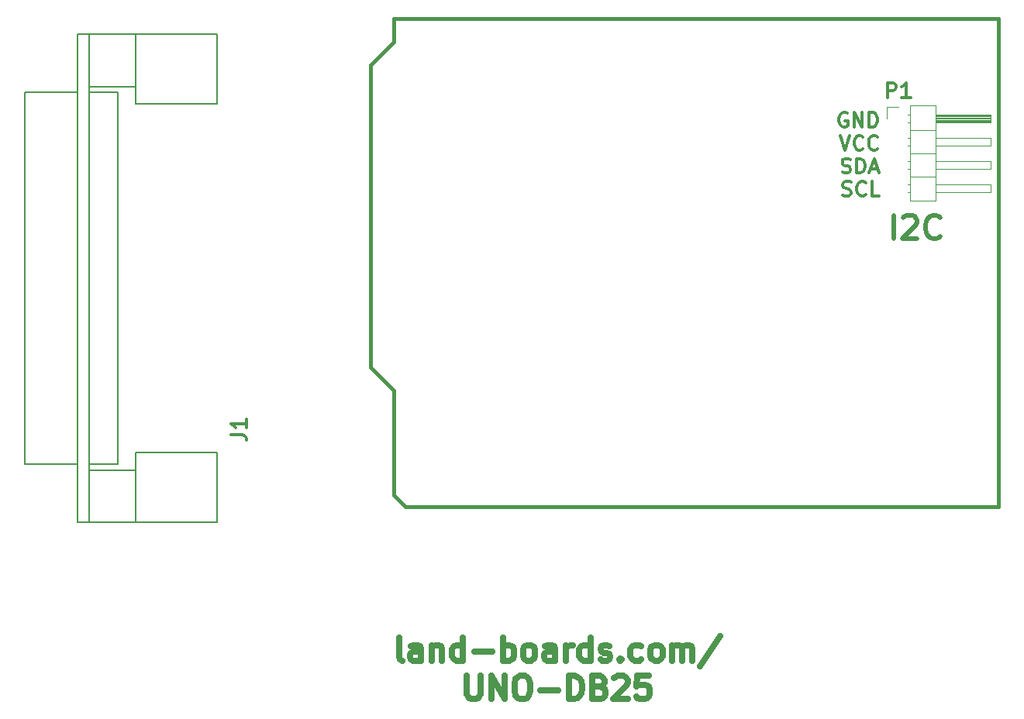
<source format=gbr>
G04 #@! TF.FileFunction,Legend,Top*
%FSLAX46Y46*%
G04 Gerber Fmt 4.6, Leading zero omitted, Abs format (unit mm)*
G04 Created by KiCad (PCBNEW (after 2015-mar-04 BZR unknown)-product) date 1/31/2017 4:25:08 PM*
%MOMM*%
G01*
G04 APERTURE LIST*
%ADD10C,0.150000*%
%ADD11C,0.508000*%
%ADD12C,0.300000*%
%ADD13C,0.635000*%
%ADD14C,0.381000*%
%ADD15C,0.120000*%
%ADD16C,0.317500*%
G04 APERTURE END LIST*
D10*
D11*
X93436190Y-53149048D02*
X93436190Y-50609048D01*
X94524762Y-50850952D02*
X94645714Y-50730000D01*
X94887619Y-50609048D01*
X95492381Y-50609048D01*
X95734285Y-50730000D01*
X95855238Y-50850952D01*
X95976190Y-51092857D01*
X95976190Y-51334762D01*
X95855238Y-51697619D01*
X94403809Y-53149048D01*
X95976190Y-53149048D01*
X98516190Y-52907143D02*
X98395238Y-53028095D01*
X98032381Y-53149048D01*
X97790476Y-53149048D01*
X97427619Y-53028095D01*
X97185714Y-52786190D01*
X97064762Y-52544286D01*
X96943810Y-52060476D01*
X96943810Y-51697619D01*
X97064762Y-51213810D01*
X97185714Y-50971905D01*
X97427619Y-50730000D01*
X97790476Y-50609048D01*
X98032381Y-50609048D01*
X98395238Y-50730000D01*
X98516190Y-50850952D01*
D12*
X88371429Y-39422500D02*
X88220238Y-39346905D01*
X87993453Y-39346905D01*
X87766667Y-39422500D01*
X87615476Y-39573690D01*
X87539881Y-39724881D01*
X87464286Y-40027262D01*
X87464286Y-40254048D01*
X87539881Y-40556429D01*
X87615476Y-40707619D01*
X87766667Y-40858810D01*
X87993453Y-40934405D01*
X88144643Y-40934405D01*
X88371429Y-40858810D01*
X88447024Y-40783214D01*
X88447024Y-40254048D01*
X88144643Y-40254048D01*
X89127381Y-40934405D02*
X89127381Y-39346905D01*
X90034524Y-40934405D01*
X90034524Y-39346905D01*
X90790476Y-40934405D02*
X90790476Y-39346905D01*
X91168452Y-39346905D01*
X91395238Y-39422500D01*
X91546429Y-39573690D01*
X91622024Y-39724881D01*
X91697619Y-40027262D01*
X91697619Y-40254048D01*
X91622024Y-40556429D01*
X91546429Y-40707619D01*
X91395238Y-40858810D01*
X91168452Y-40934405D01*
X90790476Y-40934405D01*
X87615476Y-41869405D02*
X88144643Y-43456905D01*
X88673810Y-41869405D01*
X90110119Y-43305714D02*
X90034524Y-43381310D01*
X89807738Y-43456905D01*
X89656548Y-43456905D01*
X89429762Y-43381310D01*
X89278571Y-43230119D01*
X89202976Y-43078929D01*
X89127381Y-42776548D01*
X89127381Y-42549762D01*
X89202976Y-42247381D01*
X89278571Y-42096190D01*
X89429762Y-41945000D01*
X89656548Y-41869405D01*
X89807738Y-41869405D01*
X90034524Y-41945000D01*
X90110119Y-42020595D01*
X91697619Y-43305714D02*
X91622024Y-43381310D01*
X91395238Y-43456905D01*
X91244048Y-43456905D01*
X91017262Y-43381310D01*
X90866071Y-43230119D01*
X90790476Y-43078929D01*
X90714881Y-42776548D01*
X90714881Y-42549762D01*
X90790476Y-42247381D01*
X90866071Y-42096190D01*
X91017262Y-41945000D01*
X91244048Y-41869405D01*
X91395238Y-41869405D01*
X91622024Y-41945000D01*
X91697619Y-42020595D01*
X87842262Y-45903810D02*
X88069048Y-45979405D01*
X88447024Y-45979405D01*
X88598214Y-45903810D01*
X88673810Y-45828214D01*
X88749405Y-45677024D01*
X88749405Y-45525833D01*
X88673810Y-45374643D01*
X88598214Y-45299048D01*
X88447024Y-45223452D01*
X88144643Y-45147857D01*
X87993452Y-45072262D01*
X87917857Y-44996667D01*
X87842262Y-44845476D01*
X87842262Y-44694286D01*
X87917857Y-44543095D01*
X87993452Y-44467500D01*
X88144643Y-44391905D01*
X88522619Y-44391905D01*
X88749405Y-44467500D01*
X89429762Y-45979405D02*
X89429762Y-44391905D01*
X89807738Y-44391905D01*
X90034524Y-44467500D01*
X90185715Y-44618690D01*
X90261310Y-44769881D01*
X90336905Y-45072262D01*
X90336905Y-45299048D01*
X90261310Y-45601429D01*
X90185715Y-45752619D01*
X90034524Y-45903810D01*
X89807738Y-45979405D01*
X89429762Y-45979405D01*
X90941667Y-45525833D02*
X91697619Y-45525833D01*
X90790476Y-45979405D02*
X91319643Y-44391905D01*
X91848810Y-45979405D01*
X87917857Y-48426310D02*
X88144643Y-48501905D01*
X88522619Y-48501905D01*
X88673809Y-48426310D01*
X88749405Y-48350714D01*
X88825000Y-48199524D01*
X88825000Y-48048333D01*
X88749405Y-47897143D01*
X88673809Y-47821548D01*
X88522619Y-47745952D01*
X88220238Y-47670357D01*
X88069047Y-47594762D01*
X87993452Y-47519167D01*
X87917857Y-47367976D01*
X87917857Y-47216786D01*
X87993452Y-47065595D01*
X88069047Y-46990000D01*
X88220238Y-46914405D01*
X88598214Y-46914405D01*
X88825000Y-46990000D01*
X90412500Y-48350714D02*
X90336905Y-48426310D01*
X90110119Y-48501905D01*
X89958929Y-48501905D01*
X89732143Y-48426310D01*
X89580952Y-48275119D01*
X89505357Y-48123929D01*
X89429762Y-47821548D01*
X89429762Y-47594762D01*
X89505357Y-47292381D01*
X89580952Y-47141190D01*
X89732143Y-46990000D01*
X89958929Y-46914405D01*
X90110119Y-46914405D01*
X90336905Y-46990000D01*
X90412500Y-47065595D01*
X91848810Y-48501905D02*
X91092857Y-48501905D01*
X91092857Y-46914405D01*
D13*
X39775192Y-99256548D02*
X39533287Y-99135595D01*
X39412335Y-98893690D01*
X39412335Y-96716548D01*
X41831382Y-99256548D02*
X41831382Y-97926071D01*
X41710430Y-97684167D01*
X41468525Y-97563214D01*
X40984716Y-97563214D01*
X40742811Y-97684167D01*
X41831382Y-99135595D02*
X41589478Y-99256548D01*
X40984716Y-99256548D01*
X40742811Y-99135595D01*
X40621859Y-98893690D01*
X40621859Y-98651786D01*
X40742811Y-98409881D01*
X40984716Y-98288929D01*
X41589478Y-98288929D01*
X41831382Y-98167976D01*
X43040906Y-97563214D02*
X43040906Y-99256548D01*
X43040906Y-97805119D02*
X43161858Y-97684167D01*
X43403763Y-97563214D01*
X43766620Y-97563214D01*
X44008525Y-97684167D01*
X44129477Y-97926071D01*
X44129477Y-99256548D01*
X46427572Y-99256548D02*
X46427572Y-96716548D01*
X46427572Y-99135595D02*
X46185668Y-99256548D01*
X45701858Y-99256548D01*
X45459953Y-99135595D01*
X45339001Y-99014643D01*
X45218049Y-98772738D01*
X45218049Y-98047024D01*
X45339001Y-97805119D01*
X45459953Y-97684167D01*
X45701858Y-97563214D01*
X46185668Y-97563214D01*
X46427572Y-97684167D01*
X47637096Y-98288929D02*
X49572334Y-98288929D01*
X50781858Y-99256548D02*
X50781858Y-96716548D01*
X50781858Y-97684167D02*
X51023763Y-97563214D01*
X51507572Y-97563214D01*
X51749477Y-97684167D01*
X51870429Y-97805119D01*
X51991382Y-98047024D01*
X51991382Y-98772738D01*
X51870429Y-99014643D01*
X51749477Y-99135595D01*
X51507572Y-99256548D01*
X51023763Y-99256548D01*
X50781858Y-99135595D01*
X53442810Y-99256548D02*
X53200905Y-99135595D01*
X53079953Y-99014643D01*
X52959001Y-98772738D01*
X52959001Y-98047024D01*
X53079953Y-97805119D01*
X53200905Y-97684167D01*
X53442810Y-97563214D01*
X53805667Y-97563214D01*
X54047572Y-97684167D01*
X54168524Y-97805119D01*
X54289477Y-98047024D01*
X54289477Y-98772738D01*
X54168524Y-99014643D01*
X54047572Y-99135595D01*
X53805667Y-99256548D01*
X53442810Y-99256548D01*
X56466619Y-99256548D02*
X56466619Y-97926071D01*
X56345667Y-97684167D01*
X56103762Y-97563214D01*
X55619953Y-97563214D01*
X55378048Y-97684167D01*
X56466619Y-99135595D02*
X56224715Y-99256548D01*
X55619953Y-99256548D01*
X55378048Y-99135595D01*
X55257096Y-98893690D01*
X55257096Y-98651786D01*
X55378048Y-98409881D01*
X55619953Y-98288929D01*
X56224715Y-98288929D01*
X56466619Y-98167976D01*
X57676143Y-99256548D02*
X57676143Y-97563214D01*
X57676143Y-98047024D02*
X57797095Y-97805119D01*
X57918048Y-97684167D01*
X58159952Y-97563214D01*
X58401857Y-97563214D01*
X60337095Y-99256548D02*
X60337095Y-96716548D01*
X60337095Y-99135595D02*
X60095191Y-99256548D01*
X59611381Y-99256548D01*
X59369476Y-99135595D01*
X59248524Y-99014643D01*
X59127572Y-98772738D01*
X59127572Y-98047024D01*
X59248524Y-97805119D01*
X59369476Y-97684167D01*
X59611381Y-97563214D01*
X60095191Y-97563214D01*
X60337095Y-97684167D01*
X61425667Y-99135595D02*
X61667571Y-99256548D01*
X62151381Y-99256548D01*
X62393286Y-99135595D01*
X62514238Y-98893690D01*
X62514238Y-98772738D01*
X62393286Y-98530833D01*
X62151381Y-98409881D01*
X61788524Y-98409881D01*
X61546619Y-98288929D01*
X61425667Y-98047024D01*
X61425667Y-97926071D01*
X61546619Y-97684167D01*
X61788524Y-97563214D01*
X62151381Y-97563214D01*
X62393286Y-97684167D01*
X63602809Y-99014643D02*
X63723761Y-99135595D01*
X63602809Y-99256548D01*
X63481857Y-99135595D01*
X63602809Y-99014643D01*
X63602809Y-99256548D01*
X65900904Y-99135595D02*
X65659000Y-99256548D01*
X65175190Y-99256548D01*
X64933285Y-99135595D01*
X64812333Y-99014643D01*
X64691381Y-98772738D01*
X64691381Y-98047024D01*
X64812333Y-97805119D01*
X64933285Y-97684167D01*
X65175190Y-97563214D01*
X65659000Y-97563214D01*
X65900904Y-97684167D01*
X67352333Y-99256548D02*
X67110428Y-99135595D01*
X66989476Y-99014643D01*
X66868524Y-98772738D01*
X66868524Y-98047024D01*
X66989476Y-97805119D01*
X67110428Y-97684167D01*
X67352333Y-97563214D01*
X67715190Y-97563214D01*
X67957095Y-97684167D01*
X68078047Y-97805119D01*
X68199000Y-98047024D01*
X68199000Y-98772738D01*
X68078047Y-99014643D01*
X67957095Y-99135595D01*
X67715190Y-99256548D01*
X67352333Y-99256548D01*
X69287571Y-99256548D02*
X69287571Y-97563214D01*
X69287571Y-97805119D02*
X69408523Y-97684167D01*
X69650428Y-97563214D01*
X70013285Y-97563214D01*
X70255190Y-97684167D01*
X70376142Y-97926071D01*
X70376142Y-99256548D01*
X70376142Y-97926071D02*
X70497095Y-97684167D01*
X70738999Y-97563214D01*
X71101857Y-97563214D01*
X71343761Y-97684167D01*
X71464714Y-97926071D01*
X71464714Y-99256548D01*
X74488524Y-96595595D02*
X72311381Y-99861310D01*
X46850905Y-100907548D02*
X46850905Y-102963738D01*
X46971857Y-103205643D01*
X47092810Y-103326595D01*
X47334714Y-103447548D01*
X47818524Y-103447548D01*
X48060429Y-103326595D01*
X48181381Y-103205643D01*
X48302333Y-102963738D01*
X48302333Y-100907548D01*
X49511857Y-103447548D02*
X49511857Y-100907548D01*
X50963285Y-103447548D01*
X50963285Y-100907548D01*
X52656618Y-100907548D02*
X53140428Y-100907548D01*
X53382333Y-101028500D01*
X53624237Y-101270405D01*
X53745190Y-101754214D01*
X53745190Y-102600881D01*
X53624237Y-103084690D01*
X53382333Y-103326595D01*
X53140428Y-103447548D01*
X52656618Y-103447548D01*
X52414714Y-103326595D01*
X52172809Y-103084690D01*
X52051857Y-102600881D01*
X52051857Y-101754214D01*
X52172809Y-101270405D01*
X52414714Y-101028500D01*
X52656618Y-100907548D01*
X54833761Y-102479929D02*
X56768999Y-102479929D01*
X57978523Y-103447548D02*
X57978523Y-100907548D01*
X58583285Y-100907548D01*
X58946142Y-101028500D01*
X59188047Y-101270405D01*
X59308999Y-101512310D01*
X59429951Y-101996119D01*
X59429951Y-102358976D01*
X59308999Y-102842786D01*
X59188047Y-103084690D01*
X58946142Y-103326595D01*
X58583285Y-103447548D01*
X57978523Y-103447548D01*
X61365190Y-102117071D02*
X61728047Y-102238024D01*
X61848999Y-102358976D01*
X61969951Y-102600881D01*
X61969951Y-102963738D01*
X61848999Y-103205643D01*
X61728047Y-103326595D01*
X61486142Y-103447548D01*
X60518523Y-103447548D01*
X60518523Y-100907548D01*
X61365190Y-100907548D01*
X61607094Y-101028500D01*
X61728047Y-101149452D01*
X61848999Y-101391357D01*
X61848999Y-101633262D01*
X61728047Y-101875167D01*
X61607094Y-101996119D01*
X61365190Y-102117071D01*
X60518523Y-102117071D01*
X62937571Y-101149452D02*
X63058523Y-101028500D01*
X63300428Y-100907548D01*
X63905190Y-100907548D01*
X64147094Y-101028500D01*
X64268047Y-101149452D01*
X64388999Y-101391357D01*
X64388999Y-101633262D01*
X64268047Y-101996119D01*
X62816618Y-103447548D01*
X64388999Y-103447548D01*
X66687095Y-100907548D02*
X65477571Y-100907548D01*
X65356619Y-102117071D01*
X65477571Y-101996119D01*
X65719476Y-101875167D01*
X66324238Y-101875167D01*
X66566142Y-101996119D01*
X66687095Y-102117071D01*
X66808047Y-102358976D01*
X66808047Y-102963738D01*
X66687095Y-103205643D01*
X66566142Y-103326595D01*
X66324238Y-103447548D01*
X65719476Y-103447548D01*
X65477571Y-103326595D01*
X65356619Y-103205643D01*
D14*
X38820000Y-69728000D02*
X38820000Y-81158000D01*
X38820000Y-81158000D02*
X40090000Y-82428000D01*
X40090000Y-82428000D02*
X104860000Y-82428000D01*
X38820000Y-29088000D02*
X104860000Y-29088000D01*
X104860000Y-29088000D02*
X104860000Y-82428000D01*
X38820000Y-69728000D02*
X36280000Y-67188000D01*
X36280000Y-67188000D02*
X36280000Y-34168000D01*
X36280000Y-34168000D02*
X38820000Y-31628000D01*
X38820000Y-31628000D02*
X38820000Y-29088000D01*
D10*
X5570000Y-30830000D02*
X19540000Y-30830000D01*
X10650000Y-38450000D02*
X19540000Y-38450000D01*
X5570000Y-36545000D02*
X10650000Y-36545000D01*
X5570000Y-78455000D02*
X10650000Y-78455000D01*
X10650000Y-76550000D02*
X19540000Y-76550000D01*
X19540000Y-84170000D02*
X5570000Y-84170000D01*
X10650000Y-30830000D02*
X10650000Y-38450000D01*
X10650000Y-84170000D02*
X10650000Y-76550000D01*
X8745000Y-37180000D02*
X5570000Y-37180000D01*
X8745000Y-77820000D02*
X5570000Y-77820000D01*
X-1415000Y-37180000D02*
X4300000Y-37180000D01*
X-1415000Y-77820000D02*
X4300000Y-77820000D01*
X5570000Y-30830000D02*
X4300000Y-30830000D01*
X4300000Y-30830000D02*
X4300000Y-84170000D01*
X4300000Y-84170000D02*
X5570000Y-84170000D01*
X5570000Y-84170000D02*
X5570000Y-30830000D01*
X19540000Y-38450000D02*
X19540000Y-30830000D01*
X8745000Y-77820000D02*
X8745000Y-37180000D01*
X-1415000Y-77820000D02*
X-1415000Y-37180000D01*
X19540000Y-84170000D02*
X19540000Y-76550000D01*
D15*
X95280000Y-38610000D02*
X95280000Y-41270000D01*
X95280000Y-41270000D02*
X98020000Y-41270000D01*
X98020000Y-41270000D02*
X98020000Y-38610000D01*
X98020000Y-38610000D02*
X95280000Y-38610000D01*
X98020000Y-39560000D02*
X98020000Y-40440000D01*
X98020000Y-40440000D02*
X104020000Y-40440000D01*
X104020000Y-40440000D02*
X104020000Y-39560000D01*
X104020000Y-39560000D02*
X98020000Y-39560000D01*
X94970000Y-39560000D02*
X95280000Y-39560000D01*
X94970000Y-40440000D02*
X95280000Y-40440000D01*
X98020000Y-39680000D02*
X104020000Y-39680000D01*
X98020000Y-39800000D02*
X104020000Y-39800000D01*
X98020000Y-39920000D02*
X104020000Y-39920000D01*
X98020000Y-40040000D02*
X104020000Y-40040000D01*
X98020000Y-40160000D02*
X104020000Y-40160000D01*
X98020000Y-40280000D02*
X104020000Y-40280000D01*
X98020000Y-40400000D02*
X104020000Y-40400000D01*
X95280000Y-41270000D02*
X95280000Y-43810000D01*
X95280000Y-43810000D02*
X98020000Y-43810000D01*
X98020000Y-43810000D02*
X98020000Y-41270000D01*
X98020000Y-41270000D02*
X95280000Y-41270000D01*
X98020000Y-42100000D02*
X98020000Y-42980000D01*
X98020000Y-42980000D02*
X104020000Y-42980000D01*
X104020000Y-42980000D02*
X104020000Y-42100000D01*
X104020000Y-42100000D02*
X98020000Y-42100000D01*
X94970000Y-42100000D02*
X95280000Y-42100000D01*
X94970000Y-42980000D02*
X95280000Y-42980000D01*
X95280000Y-43810000D02*
X95280000Y-46350000D01*
X95280000Y-46350000D02*
X98020000Y-46350000D01*
X98020000Y-46350000D02*
X98020000Y-43810000D01*
X98020000Y-43810000D02*
X95280000Y-43810000D01*
X98020000Y-44640000D02*
X98020000Y-45520000D01*
X98020000Y-45520000D02*
X104020000Y-45520000D01*
X104020000Y-45520000D02*
X104020000Y-44640000D01*
X104020000Y-44640000D02*
X98020000Y-44640000D01*
X94970000Y-44640000D02*
X95280000Y-44640000D01*
X94970000Y-45520000D02*
X95280000Y-45520000D01*
X95280000Y-46350000D02*
X95280000Y-49010000D01*
X95280000Y-49010000D02*
X98020000Y-49010000D01*
X98020000Y-49010000D02*
X98020000Y-46350000D01*
X98020000Y-46350000D02*
X95280000Y-46350000D01*
X98020000Y-47180000D02*
X98020000Y-48060000D01*
X98020000Y-48060000D02*
X104020000Y-48060000D01*
X104020000Y-48060000D02*
X104020000Y-47180000D01*
X104020000Y-47180000D02*
X98020000Y-47180000D01*
X94970000Y-47180000D02*
X95280000Y-47180000D01*
X94970000Y-48060000D02*
X95280000Y-48060000D01*
X92730000Y-40000000D02*
X92730000Y-38730000D01*
X92730000Y-38730000D02*
X94000000Y-38730000D01*
D16*
X21095881Y-74550333D02*
X22275167Y-74550333D01*
X22511024Y-74628953D01*
X22668262Y-74786191D01*
X22746881Y-75022048D01*
X22746881Y-75179286D01*
X22746881Y-72899333D02*
X22746881Y-73842762D01*
X22746881Y-73371048D02*
X21095881Y-73371048D01*
X21331738Y-73528286D01*
X21488976Y-73685524D01*
X21567595Y-73842762D01*
X92781405Y-37746881D02*
X92781405Y-36095881D01*
X93410358Y-36095881D01*
X93567596Y-36174500D01*
X93646215Y-36253119D01*
X93724834Y-36410357D01*
X93724834Y-36646214D01*
X93646215Y-36803452D01*
X93567596Y-36882071D01*
X93410358Y-36960690D01*
X92781405Y-36960690D01*
X95297215Y-37746881D02*
X94353786Y-37746881D01*
X94825500Y-37746881D02*
X94825500Y-36095881D01*
X94668262Y-36331738D01*
X94511024Y-36488976D01*
X94353786Y-36567595D01*
M02*

</source>
